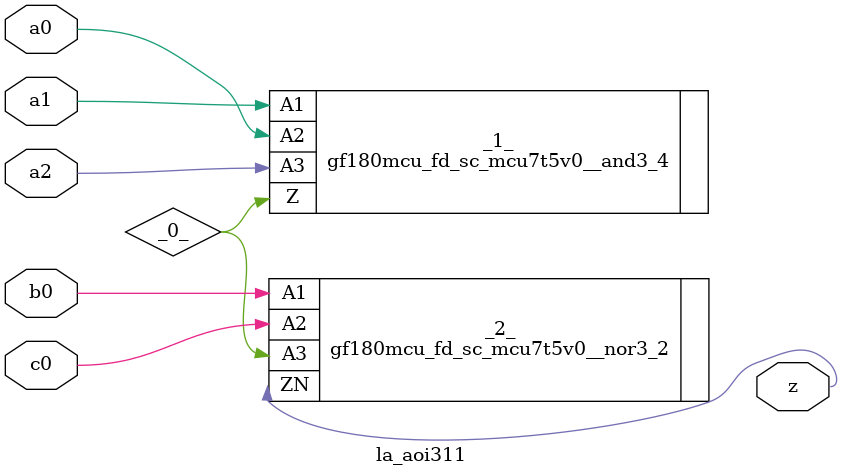
<source format=v>

/* Generated by Yosys 0.37 (git sha1 a5c7f69ed, clang 14.0.0-1ubuntu1.1 -fPIC -Os) */

module la_aoi311(a0, a1, a2, b0, c0, z);
  wire _0_;
  input a0;
  wire a0;
  input a1;
  wire a1;
  input a2;
  wire a2;
  input b0;
  wire b0;
  input c0;
  wire c0;
  output z;
  wire z;
  gf180mcu_fd_sc_mcu7t5v0__and3_4 _1_ (
    .A1(a1),
    .A2(a0),
    .A3(a2),
    .Z(_0_)
  );
  gf180mcu_fd_sc_mcu7t5v0__nor3_2 _2_ (
    .A1(b0),
    .A2(c0),
    .A3(_0_),
    .ZN(z)
  );
endmodule

</source>
